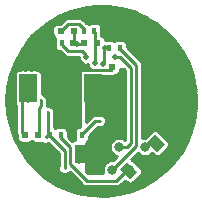
<source format=gbr>
G04 #@! TF.GenerationSoftware,KiCad,Pcbnew,(5.0.1)-4*
G04 #@! TF.CreationDate,2018-12-27T15:39:12-05:00*
G04 #@! TF.ProjectId,XHP70_LED_driver,58485037305F4C45445F647269766572,rev?*
G04 #@! TF.SameCoordinates,Original*
G04 #@! TF.FileFunction,Copper,L2,Bot,Signal*
G04 #@! TF.FilePolarity,Positive*
%FSLAX46Y46*%
G04 Gerber Fmt 4.6, Leading zero omitted, Abs format (unit mm)*
G04 Created by KiCad (PCBNEW (5.0.1)-4) date 12/27/2018 3:39:12 PM*
%MOMM*%
%LPD*%
G01*
G04 APERTURE LIST*
G04 #@! TA.AperFunction,SMDPad,CuDef*
%ADD10R,1.500000X2.400000*%
G04 #@! TD*
G04 #@! TA.AperFunction,SMDPad,CuDef*
%ADD11R,0.600000X0.500000*%
G04 #@! TD*
G04 #@! TA.AperFunction,SMDPad,CuDef*
%ADD12R,1.000000X1.600000*%
G04 #@! TD*
G04 #@! TA.AperFunction,SMDPad,CuDef*
%ADD13C,0.900000*%
G04 #@! TD*
G04 #@! TA.AperFunction,Conductor*
%ADD14C,0.100000*%
G04 #@! TD*
G04 #@! TA.AperFunction,SMDPad,CuDef*
%ADD15R,0.400000X0.600000*%
G04 #@! TD*
G04 #@! TA.AperFunction,SMDPad,CuDef*
%ADD16R,0.500000X0.600000*%
G04 #@! TD*
G04 #@! TA.AperFunction,ComponentPad*
%ADD17R,0.500000X0.500000*%
G04 #@! TD*
G04 #@! TA.AperFunction,ViaPad*
%ADD18C,0.300000*%
G04 #@! TD*
G04 #@! TA.AperFunction,ViaPad*
%ADD19C,0.800000*%
G04 #@! TD*
G04 #@! TA.AperFunction,ViaPad*
%ADD20C,0.500000*%
G04 #@! TD*
G04 #@! TA.AperFunction,Conductor*
%ADD21C,0.250000*%
G04 #@! TD*
G04 #@! TA.AperFunction,Conductor*
%ADD22C,0.254000*%
G04 #@! TD*
%ADD23C,0.254000*%
G04 APERTURE END LIST*
D10*
G04 #@! TO.P,L1,2*
G04 #@! TO.N,+BATT*
X102000000Y-57250000D03*
G04 #@! TO.P,L1,1*
G04 #@! TO.N,Net-(C4-Pad2)*
X96500000Y-57250000D03*
G04 #@! TD*
D11*
G04 #@! TO.P,C4,2*
G04 #@! TO.N,Net-(C4-Pad2)*
X96250000Y-61200000D03*
G04 #@! TO.P,C4,1*
G04 #@! TO.N,Net-(C4-Pad1)*
X97350000Y-61200000D03*
G04 #@! TD*
G04 #@! TO.P,C6,1*
G04 #@! TO.N,/LED_K*
X100350000Y-52400000D03*
G04 #@! TO.P,C6,2*
G04 #@! TO.N,Net-(C6-Pad2)*
X99250000Y-52400000D03*
G04 #@! TD*
G04 #@! TO.P,C7,2*
G04 #@! TO.N,Net-(C7-Pad2)*
X102350000Y-53400000D03*
G04 #@! TO.P,C7,1*
G04 #@! TO.N,/LED_K*
X101250000Y-53400000D03*
G04 #@! TD*
D12*
G04 #@! TO.P,C1,1*
G04 #@! TO.N,GND*
X98000000Y-62800000D03*
G04 #@! TO.P,C1,2*
G04 #@! TO.N,+BATT*
X101000000Y-62800000D03*
G04 #@! TD*
D13*
G04 #@! TO.P,D1,2*
G04 #@! TO.N,/LED_K*
X107333452Y-61866548D03*
D14*
G04 #@! TD*
G04 #@! TO.N,/LED_K*
G04 #@! TO.C,D1*
G36*
X107439518Y-62609010D02*
X106590990Y-61760482D01*
X107227386Y-61124086D01*
X108075914Y-61972614D01*
X107439518Y-62609010D01*
X107439518Y-62609010D01*
G37*
D13*
G04 #@! TO.P,D1,1*
G04 #@! TO.N,Net-(D1-Pad1)*
X105000000Y-64200000D03*
D14*
G04 #@! TD*
G04 #@! TO.N,Net-(D1-Pad1)*
G04 #@! TO.C,D1*
G36*
X105106066Y-64942462D02*
X104257538Y-64093934D01*
X104893934Y-63457538D01*
X105742462Y-64306066D01*
X105106066Y-64942462D01*
X105106066Y-64942462D01*
G37*
D15*
G04 #@! TO.P,R3,2*
G04 #@! TO.N,+BATT*
X98350000Y-61200000D03*
G04 #@! TO.P,R3,1*
G04 #@! TO.N,Net-(D1-Pad1)*
X99250000Y-61200000D03*
G04 #@! TD*
G04 #@! TO.P,R5,2*
G04 #@! TO.N,Net-(R5-Pad2)*
X99350000Y-53400000D03*
G04 #@! TO.P,R5,1*
G04 #@! TO.N,/LED_K*
X100250000Y-53400000D03*
G04 #@! TD*
G04 #@! TO.P,R6,2*
G04 #@! TO.N,Net-(C6-Pad2)*
X101200000Y-52400000D03*
G04 #@! TO.P,R6,1*
G04 #@! TO.N,Net-(C7-Pad2)*
X102100000Y-52400000D03*
G04 #@! TD*
G04 #@! TO.P,R7,2*
G04 #@! TO.N,Net-(D2-Pad2)*
X103350000Y-53800000D03*
G04 #@! TO.P,R7,1*
G04 #@! TO.N,Net-(R7-Pad1)*
X104250000Y-53800000D03*
G04 #@! TD*
D16*
G04 #@! TO.P,C11,2*
G04 #@! TO.N,+BATT*
X103600000Y-56550000D03*
G04 #@! TO.P,C11,1*
G04 #@! TO.N,GND*
X103600000Y-55450000D03*
G04 #@! TD*
D17*
G04 #@! TO.P,U1,21*
G04 #@! TO.N,GND*
X99500000Y-58500000D03*
X100000000Y-55500000D03*
X99500000Y-55500000D03*
X100000000Y-58500000D03*
X99250000Y-58000000D03*
X99750000Y-58000000D03*
X100250000Y-58000000D03*
X100250000Y-57500000D03*
X99750000Y-57500000D03*
X99250000Y-57500000D03*
X99250000Y-57000000D03*
X99750000Y-57000000D03*
X100250000Y-57000000D03*
X100250000Y-56500000D03*
X99750000Y-56500000D03*
X99250000Y-56500000D03*
X100250000Y-56000000D03*
X99750000Y-56000000D03*
X99250000Y-56000000D03*
G04 #@! TD*
D15*
G04 #@! TO.P,R4,2*
G04 #@! TO.N,Net-(R4-Pad2)*
X101050000Y-61200000D03*
G04 #@! TO.P,R4,1*
G04 #@! TO.N,GND*
X100150000Y-61200000D03*
G04 #@! TD*
D18*
G04 #@! TO.N,+BATT*
X100800000Y-63579991D03*
X98158932Y-59249996D03*
X98000000Y-61396449D03*
X99600000Y-64000000D03*
D19*
G04 #@! TO.N,GND*
X97000000Y-53000000D03*
X96800000Y-62800000D03*
X100200000Y-59800000D03*
D18*
X98800000Y-63379991D03*
G04 #@! TO.N,Net-(C4-Pad1)*
X97558932Y-58249996D03*
D20*
G04 #@! TO.N,Net-(C4-Pad2)*
X96500016Y-58250000D03*
X96500016Y-57750000D03*
X97000016Y-57250000D03*
X97000016Y-56750000D03*
X97000016Y-56250000D03*
X96000016Y-58250000D03*
X96000016Y-57750000D03*
X96000016Y-57250000D03*
X96000016Y-56750000D03*
X96000016Y-56250000D03*
X96500000Y-56250000D03*
X96500000Y-56750000D03*
X96500000Y-57250002D03*
D19*
G04 #@! TO.N,/LED_K*
X104200000Y-62200000D03*
X106400000Y-62200000D03*
D20*
X103824990Y-54550000D03*
X100600016Y-53500000D03*
D18*
G04 #@! TO.N,Net-(R4-Pad2)*
X102600000Y-60000000D03*
G04 #@! TO.N,Net-(D1-Pad1)*
X99200000Y-61400000D03*
D19*
G04 #@! TO.N,Net-(R7-Pad1)*
X103600026Y-64125010D03*
D20*
G04 #@! TO.N,Net-(D2-Pad2)*
X103000000Y-53800000D03*
X102874888Y-55149989D03*
G04 #@! TO.N,Net-(R5-Pad2)*
X101399990Y-54600000D03*
G04 #@! TO.N,Net-(C7-Pad2)*
X102200000Y-55128563D03*
G04 #@! TD*
D21*
G04 #@! TO.N,+BATT*
X102350000Y-63350000D02*
X102600000Y-63350000D01*
X101639999Y-62825001D02*
X101825001Y-62825001D01*
X101574999Y-62760001D02*
X101639999Y-62825001D01*
X101574999Y-62574999D02*
X101574999Y-62760001D01*
X101407498Y-62742500D02*
X101574999Y-62574999D01*
X101825001Y-62825001D02*
X102350000Y-63350000D01*
X98350000Y-61200000D02*
X98196449Y-61200000D01*
X98149999Y-61246450D02*
X98000000Y-61396449D01*
X98196449Y-61200000D02*
X98149999Y-61246450D01*
X98200000Y-61196449D02*
X98000000Y-61396449D01*
X98158932Y-59249996D02*
X98200000Y-59291064D01*
X98200000Y-59291064D02*
X98200000Y-61196449D01*
X99600000Y-62550000D02*
X99600000Y-64000000D01*
X98350000Y-61300000D02*
X99600000Y-62550000D01*
X98350000Y-61200000D02*
X98350000Y-61300000D01*
G04 #@! TO.N,GND*
X99000000Y-63250000D02*
X99000000Y-63250000D01*
X98975138Y-62834315D02*
X98975138Y-63400000D01*
X98975138Y-62725138D02*
X98975138Y-62834315D01*
X100365695Y-60000010D02*
X99800010Y-60000010D01*
X100699990Y-60000010D02*
X100365695Y-60000010D01*
X100700000Y-60000000D02*
X100699990Y-60000010D01*
X98600000Y-63400000D02*
X98779991Y-63400000D01*
X98779991Y-63400000D02*
X98800000Y-63379991D01*
X100475001Y-55724999D02*
X100200000Y-56000000D01*
X103525001Y-55724999D02*
X100475001Y-55724999D01*
X103600000Y-55650000D02*
X103525001Y-55724999D01*
G04 #@! TO.N,Net-(C4-Pad1)*
X97575001Y-58400000D02*
X97575001Y-58249996D01*
X97575001Y-58710001D02*
X97575001Y-58400000D01*
X97400000Y-61200000D02*
X97400000Y-58885002D01*
X97400000Y-58885002D02*
X97575001Y-58710001D01*
G04 #@! TO.N,Net-(C4-Pad2)*
X96000016Y-61000016D02*
X96000016Y-57750000D01*
X96200000Y-61200000D02*
X96000016Y-61000016D01*
G04 #@! TO.N,/LED_K*
X106799999Y-61800001D02*
X106400000Y-62200000D01*
X107400000Y-61800000D02*
X106799999Y-61800001D01*
X100350000Y-52400000D02*
X100350000Y-53250000D01*
X101200000Y-53400000D02*
X101100000Y-53500000D01*
X101100000Y-53500000D02*
X100953569Y-53500000D01*
X100200000Y-53453537D02*
X100246463Y-53500000D01*
X100246463Y-53500000D02*
X100600016Y-53500000D01*
X100200000Y-53400000D02*
X100200000Y-53453537D01*
X100953569Y-53500000D02*
X100600016Y-53500000D01*
X104250000Y-54550000D02*
X103824990Y-54550000D01*
X105200000Y-55500000D02*
X104250000Y-54550000D01*
X105200000Y-61900000D02*
X105200000Y-55500000D01*
X104200000Y-62200000D02*
X104900000Y-62200000D01*
X104900000Y-62200000D02*
X105200000Y-61900000D01*
G04 #@! TO.N,Net-(C6-Pad2)*
X99300000Y-52400000D02*
X99250000Y-52400000D01*
X99900000Y-51800000D02*
X99300000Y-52400000D01*
X100800000Y-51800000D02*
X99900000Y-51800000D01*
X101200000Y-52400000D02*
X101200000Y-52200000D01*
X101200000Y-52200000D02*
X100800000Y-51800000D01*
G04 #@! TO.N,Net-(R4-Pad2)*
X102200000Y-60000000D02*
X102600000Y-60000000D01*
X101000000Y-61200000D02*
X102200000Y-60000000D01*
G04 #@! TO.N,Net-(D1-Pad1)*
X99200000Y-61250000D02*
X99200000Y-61400000D01*
X99250000Y-61200000D02*
X99200000Y-61250000D01*
X100050011Y-63650011D02*
X100050011Y-62250011D01*
X100050011Y-62250011D02*
X99349999Y-61549999D01*
X99349999Y-61549999D02*
X99200000Y-61400000D01*
X101450011Y-65050011D02*
X100050011Y-63650011D01*
X103949989Y-65050011D02*
X101450011Y-65050011D01*
X104696878Y-64303122D02*
X103949989Y-65050011D01*
X105433274Y-64303122D02*
X104696878Y-64303122D01*
G04 #@! TO.N,Net-(R7-Pad1)*
X104200000Y-53800000D02*
X105650011Y-55250011D01*
X105650011Y-62086400D02*
X104011400Y-63725011D01*
X105650011Y-55250011D02*
X105650011Y-62086400D01*
X104011400Y-63725011D02*
X104000025Y-63725011D01*
X104000025Y-63725011D02*
X103600026Y-64125010D01*
G04 #@! TO.N,Net-(D2-Pad2)*
X103350000Y-53800000D02*
X103000000Y-53800000D01*
X102899846Y-55024956D02*
X102899846Y-55149989D01*
X103000000Y-53800000D02*
X102899846Y-53900154D01*
X102899846Y-53900154D02*
X102899846Y-55024956D01*
G04 #@! TO.N,Net-(R5-Pad2)*
X101399990Y-54399990D02*
X101399990Y-54600000D01*
X101100000Y-54100000D02*
X101399990Y-54399990D01*
X99900000Y-54100000D02*
X101100000Y-54100000D01*
X99400000Y-53600000D02*
X99900000Y-54100000D01*
X99400000Y-53400000D02*
X99400000Y-53600000D01*
G04 #@! TO.N,Net-(C7-Pad2)*
X102200000Y-53400000D02*
X102300000Y-53400000D01*
X102100000Y-52400000D02*
X102200000Y-52500000D01*
X102200000Y-52500000D02*
X102200000Y-53400000D01*
X102350000Y-53400000D02*
X102200000Y-53400000D01*
X102200000Y-55128563D02*
X102200000Y-54775010D01*
X102200000Y-54775010D02*
X102200000Y-53400000D01*
G04 #@! TD*
D22*
G04 #@! TO.N,GND*
X102194913Y-50271873D02*
X102194913Y-50271873D01*
X104658171Y-50513173D02*
X100750082Y-50513173D01*
X105477016Y-50754473D02*
X99934942Y-50754473D01*
X106026713Y-50995773D02*
X99369223Y-50995773D01*
X106533957Y-51237073D02*
X98873778Y-51237073D01*
X99506036Y-51478373D02*
X98470595Y-51478373D01*
X106927723Y-51478373D02*
X101193965Y-51478373D01*
X99264736Y-51719673D02*
X98077978Y-51719673D01*
X101859093Y-51719673D02*
X101440908Y-51719673D01*
X107321489Y-51719673D02*
X102340908Y-51719673D01*
X98618079Y-51960973D02*
X97776787Y-51960973D01*
X107625912Y-51960973D02*
X102660810Y-51960973D01*
X98561536Y-52202273D02*
X97475595Y-52202273D01*
X107920723Y-52202273D02*
X102688464Y-52202273D01*
X98561536Y-52443573D02*
X97193775Y-52443573D01*
X108213370Y-52443573D02*
X102704689Y-52443573D01*
X98568472Y-52684873D02*
X96964790Y-52684873D01*
X108437600Y-52684873D02*
X102706000Y-52684873D01*
X98677539Y-52926173D02*
X96735804Y-52926173D01*
X108661829Y-52926173D02*
X102958669Y-52926173D01*
X98761536Y-53167473D02*
X96506819Y-53167473D01*
X103861880Y-53167473D02*
X103738121Y-53167473D01*
X108886059Y-53167473D02*
X104638121Y-53167473D01*
X98761536Y-53408773D02*
X96332255Y-53408773D01*
X109071561Y-53408773D02*
X104820318Y-53408773D01*
X98761536Y-53650073D02*
X96158864Y-53650073D01*
X109241149Y-53650073D02*
X104838464Y-53650073D01*
X98819646Y-53891373D02*
X95985472Y-53891373D01*
X109410738Y-53891373D02*
X105006965Y-53891373D01*
X99217081Y-54132673D02*
X95825603Y-54132673D01*
X109580326Y-54132673D02*
X105248265Y-54132673D01*
X99458381Y-54373973D02*
X95697841Y-54373973D01*
X109704930Y-54373973D02*
X105489565Y-54373973D01*
X99896782Y-54615273D02*
X95570079Y-54615273D01*
X100768990Y-54615273D02*
X99903217Y-54615273D01*
X109829474Y-54615273D02*
X105730865Y-54615273D01*
X100823276Y-54856573D02*
X95442317Y-54856573D01*
X109954018Y-54856573D02*
X105972165Y-54856573D01*
X101005494Y-55097873D02*
X95325947Y-55097873D01*
X110078562Y-55097873D02*
X106135662Y-55097873D01*
X101604247Y-55339173D02*
X95237644Y-55339173D01*
X110165221Y-55339173D02*
X106156011Y-55339173D01*
X101759541Y-55580473D02*
X95149341Y-55580473D01*
X110250670Y-55580473D02*
X106156011Y-55580473D01*
X95444272Y-55821773D02*
X95061037Y-55821773D01*
X100919668Y-55821773D02*
X97555729Y-55821773D01*
X110336119Y-55821773D02*
X106156011Y-55821773D01*
X95361536Y-56063073D02*
X94973811Y-56063073D01*
X100861536Y-56063073D02*
X97638464Y-56063073D01*
X110421568Y-56063073D02*
X106156011Y-56063073D01*
X95361536Y-56304373D02*
X94921199Y-56304373D01*
X100861536Y-56304373D02*
X97638464Y-56304373D01*
X110482380Y-56304373D02*
X106156011Y-56304373D01*
X95361536Y-56545673D02*
X94868587Y-56545673D01*
X100861536Y-56545673D02*
X97638464Y-56545673D01*
X110532351Y-56545673D02*
X106156011Y-56545673D01*
X95361536Y-56786973D02*
X94815975Y-56786973D01*
X100861536Y-56786973D02*
X97638464Y-56786973D01*
X110582322Y-56786973D02*
X106156011Y-56786973D01*
X95361536Y-57028273D02*
X94763362Y-57028273D01*
X100861536Y-57028273D02*
X97638464Y-57028273D01*
X110632293Y-57028273D02*
X106156011Y-57028273D01*
X95361536Y-57269573D02*
X94730907Y-57269573D01*
X100861536Y-57269573D02*
X97638464Y-57269573D01*
X110673752Y-57269573D02*
X106156011Y-57269573D01*
X95361536Y-57510873D02*
X94711917Y-57510873D01*
X100861536Y-57510873D02*
X97638464Y-57510873D01*
X110690202Y-57510873D02*
X106156011Y-57510873D01*
X95361536Y-57752173D02*
X94692926Y-57752173D01*
X100861536Y-57752173D02*
X97744651Y-57752173D01*
X110706653Y-57752173D02*
X106156011Y-57752173D01*
X95361536Y-57993473D02*
X94673935Y-57993473D01*
X100861536Y-57993473D02*
X98027427Y-57993473D01*
X110723103Y-57993473D02*
X106156011Y-57993473D01*
X95361536Y-58234773D02*
X94657537Y-58234773D01*
X100861536Y-58234773D02*
X98089932Y-58234773D01*
X110739553Y-58234773D02*
X106156011Y-58234773D01*
X95366722Y-58476073D02*
X94671451Y-58476073D01*
X100866722Y-58476073D02*
X98081001Y-58476073D01*
X110741557Y-58476073D02*
X106156011Y-58476073D01*
X95470427Y-58717373D02*
X94685364Y-58717373D01*
X100869000Y-58717373D02*
X98089447Y-58717373D01*
X110720022Y-58717373D02*
X106156011Y-58717373D01*
X95494017Y-58958673D02*
X94699277Y-58958673D01*
X100869000Y-58958673D02*
X98613013Y-58958673D01*
X110698486Y-58958673D02*
X106156011Y-58958673D01*
X95494017Y-59199973D02*
X94713190Y-59199973D01*
X100869000Y-59199973D02*
X98697794Y-59199973D01*
X110676951Y-59199973D02*
X106156011Y-59199973D01*
X95494017Y-59441273D02*
X94745541Y-59441273D01*
X100869000Y-59441273D02*
X98706000Y-59441273D01*
X110655415Y-59441273D02*
X106156011Y-59441273D01*
X95494017Y-59682573D02*
X94792883Y-59682573D01*
X100869000Y-59682573D02*
X98706000Y-59682573D01*
X110616517Y-59682573D02*
X106156011Y-59682573D01*
X95494017Y-59923873D02*
X94840224Y-59923873D01*
X100869000Y-59923873D02*
X98706000Y-59923873D01*
X110561252Y-59923873D02*
X106156011Y-59923873D01*
X95494017Y-60165173D02*
X94887565Y-60165173D01*
X100869000Y-60165173D02*
X98706000Y-60165173D01*
X110505987Y-60165173D02*
X106156011Y-60165173D01*
X95494017Y-60406473D02*
X94938493Y-60406473D01*
X100869000Y-60406473D02*
X98706000Y-60406473D01*
X110450721Y-60406473D02*
X106156011Y-60406473D01*
X95494017Y-60647773D02*
X95021108Y-60647773D01*
X100560308Y-60647773D02*
X99739693Y-60647773D01*
X110392063Y-60647773D02*
X106156011Y-60647773D01*
X95494017Y-60889073D02*
X95103724Y-60889073D01*
X100463710Y-60889073D02*
X99836291Y-60889073D01*
X106913027Y-60889073D02*
X106156011Y-60889073D01*
X110300883Y-60889073D02*
X107541745Y-60889073D01*
X95510033Y-61130373D02*
X95186339Y-61130373D01*
X100461536Y-61130373D02*
X99838464Y-61130373D01*
X106671727Y-61130373D02*
X106156011Y-61130373D01*
X110209703Y-61130373D02*
X107783045Y-61130373D01*
X95561536Y-61371673D02*
X95268955Y-61371673D01*
X100461536Y-61371673D02*
X99887265Y-61371673D01*
X106430427Y-61371673D02*
X106156011Y-61371673D01*
X110118524Y-61371673D02*
X108024345Y-61371673D01*
X95600670Y-61612973D02*
X95383010Y-61612973D01*
X100484007Y-61612973D02*
X100128565Y-61612973D01*
X110027344Y-61612973D02*
X108265645Y-61612973D01*
X97717715Y-61854273D02*
X95504371Y-61854273D01*
X109902204Y-61854273D02*
X108440839Y-61854273D01*
X98429981Y-62095573D02*
X95625732Y-62095573D01*
X109771189Y-62095573D02*
X108439920Y-62095573D01*
X98671281Y-62336873D02*
X95747093Y-62336873D01*
X109640174Y-62336873D02*
X108261027Y-62336873D01*
X98912581Y-62578173D02*
X95902269Y-62578173D01*
X109509159Y-62578173D02*
X108019727Y-62578173D01*
X99094000Y-62819473D02*
X96068110Y-62819473D01*
X105914972Y-62819473D02*
X105632529Y-62819473D01*
X107100609Y-62819473D02*
X106885028Y-62819473D01*
X109338042Y-62819473D02*
X107778427Y-62819473D01*
X99094000Y-63060773D02*
X96233951Y-63060773D01*
X109160789Y-63060773D02*
X105391229Y-63060773D01*
X99094000Y-63302073D02*
X96401030Y-63302073D01*
X108983536Y-63302073D02*
X105287841Y-63302073D01*
X99094000Y-63543373D02*
X96620596Y-63543373D01*
X108794252Y-63543373D02*
X105529141Y-63543373D01*
X99094000Y-63784673D02*
X96840162Y-63784673D01*
X108560416Y-63784673D02*
X105770441Y-63784673D01*
X99069000Y-64025973D02*
X97059728Y-64025973D01*
X108326580Y-64025973D02*
X106011741Y-64025973D01*
X99135958Y-64267273D02*
X97325473Y-64267273D01*
X108092744Y-64267273D02*
X106123210Y-64267273D01*
X99440234Y-64508573D02*
X97614064Y-64508573D01*
X100192981Y-64508573D02*
X99759765Y-64508573D01*
X107788244Y-64508573D02*
X106065376Y-64508573D01*
X100434281Y-64749873D02*
X97902656Y-64749873D01*
X107480503Y-64749873D02*
X105848027Y-64749873D01*
X100675581Y-64991173D02*
X98264284Y-64991173D01*
X107156136Y-64991173D02*
X105606727Y-64991173D01*
X100916881Y-65232473D02*
X98648950Y-65232473D01*
X104854315Y-65232473D02*
X104483118Y-65232473D01*
X106743200Y-65232473D02*
X105357816Y-65232473D01*
X101173439Y-65473773D02*
X99086100Y-65473773D01*
X106330264Y-65473773D02*
X104226560Y-65473773D01*
X105769739Y-65715073D02*
X99620520Y-65715073D01*
X105141736Y-65956373D02*
X100290657Y-65956373D01*
X104221956Y-66197673D02*
X101255009Y-66197673D01*
X110744000Y-58300000D02*
X110744000Y-58300000D01*
X110502700Y-60179520D02*
X110502700Y-56402490D01*
X110261400Y-60993560D02*
X110261400Y-55610771D01*
X110020100Y-61632141D02*
X110020100Y-54984603D01*
X109778800Y-62081554D02*
X109778800Y-54517093D01*
X109537500Y-62525974D02*
X109537500Y-54071737D01*
X109296200Y-62876432D02*
X109296200Y-53728401D01*
X109054900Y-63204922D02*
X109054900Y-53385066D01*
X108813600Y-63523406D02*
X108813600Y-53089497D01*
X108572300Y-63772408D02*
X108572300Y-52829827D01*
X108331000Y-61678328D02*
X108331000Y-52570157D01*
X108331000Y-64021411D02*
X108331000Y-62266900D01*
X108089700Y-61437028D02*
X108089700Y-52340578D01*
X108089700Y-64270413D02*
X108089700Y-62508200D01*
X107848400Y-61195728D02*
X107848400Y-52143077D01*
X107848400Y-64461404D02*
X107848400Y-62749500D01*
X107607100Y-60954428D02*
X107607100Y-51945575D01*
X107607100Y-64650607D02*
X107607100Y-62955261D01*
X107365800Y-60763155D02*
X107365800Y-51748073D01*
X107365800Y-64839811D02*
X107365800Y-62982810D01*
X107124500Y-60756087D02*
X107124500Y-51598957D01*
X107124500Y-65009659D02*
X107124500Y-62843364D01*
X106883200Y-60918900D02*
X106883200Y-51451089D01*
X106883200Y-65150663D02*
X106883200Y-62821302D01*
X106641900Y-61160200D02*
X106641900Y-51303220D01*
X106641900Y-65291667D02*
X106641900Y-62945151D01*
X106400600Y-61401500D02*
X106400600Y-51159897D01*
X106400600Y-65432671D02*
X106400600Y-62981000D01*
X106159300Y-55216710D02*
X106159300Y-51053974D01*
X106159300Y-61454352D02*
X106159300Y-55283310D01*
X106159300Y-65553710D02*
X106159300Y-62945647D01*
X105918000Y-54802409D02*
X105918000Y-50948051D01*
X105918000Y-63932232D02*
X105918000Y-62822501D01*
X105918000Y-65653660D02*
X105918000Y-64679900D01*
X105676700Y-54561109D02*
X105676700Y-50842127D01*
X105676700Y-63690932D02*
X105676700Y-62775303D01*
X105676700Y-65753610D02*
X105676700Y-64921200D01*
X105435400Y-54319809D02*
X105435400Y-50736204D01*
X105435400Y-63449632D02*
X105435400Y-63016603D01*
X105435400Y-65853560D02*
X105435400Y-65162500D01*
X105194100Y-54078509D02*
X105194100Y-50665836D01*
X105194100Y-65942635D02*
X105194100Y-65313416D01*
X104952800Y-53837209D02*
X104952800Y-50597100D01*
X104952800Y-66005939D02*
X104952800Y-65298277D01*
X104711500Y-53216504D02*
X104711500Y-50528364D01*
X104711500Y-66069243D02*
X104711500Y-65097268D01*
X104470200Y-53115555D02*
X104470200Y-50459628D01*
X104470200Y-66132547D02*
X104470200Y-65245392D01*
X104228900Y-53111536D02*
X104228900Y-50411351D01*
X104228900Y-66195851D02*
X104228900Y-65472210D01*
X103987600Y-53123948D02*
X103987600Y-50377009D01*
X103987600Y-66228104D02*
X103987600Y-65558443D01*
X103746300Y-53172939D02*
X103746300Y-50342667D01*
X103746300Y-66257305D02*
X103746300Y-65556011D01*
X103505000Y-53111536D02*
X103505000Y-50308325D01*
X103505000Y-66286505D02*
X103505000Y-65556011D01*
X103263700Y-53111536D02*
X103263700Y-50277468D01*
X103263700Y-66315706D02*
X103263700Y-65556011D01*
X103022400Y-53069242D02*
X103022400Y-50276205D01*
X103022400Y-66331428D02*
X103022400Y-65556011D01*
X102781100Y-52787614D02*
X102781100Y-50274942D01*
X102781100Y-66327637D02*
X102781100Y-65556011D01*
X102539800Y-51802005D02*
X102539800Y-50273678D01*
X102539800Y-66323847D02*
X102539800Y-65556011D01*
X102298500Y-51711536D02*
X102298500Y-50272415D01*
X102298500Y-66320056D02*
X102298500Y-65556011D01*
X102057200Y-51711536D02*
X102057200Y-50290004D01*
X102057200Y-66316266D02*
X102057200Y-65556011D01*
X101815900Y-51728264D02*
X101815900Y-50321772D01*
X101815900Y-66283503D02*
X101815900Y-65556011D01*
X101574600Y-51758439D02*
X101574600Y-50353539D01*
X101574600Y-55619000D02*
X101574600Y-55267596D01*
X101574600Y-66246578D02*
X101574600Y-65556011D01*
X101333300Y-51617709D02*
X101333300Y-50385307D01*
X101333300Y-55619000D02*
X101333300Y-55231000D01*
X101333300Y-66209654D02*
X101333300Y-65542708D01*
X101092000Y-51386548D02*
X101092000Y-50419636D01*
X101092000Y-55656152D02*
X101092000Y-55155415D01*
X101092000Y-66172730D02*
X101092000Y-65419357D01*
X100850700Y-51294173D02*
X100850700Y-50485648D01*
X100850700Y-60511536D02*
X100850700Y-54922779D01*
X100850700Y-66122266D02*
X100850700Y-65166291D01*
X100609400Y-51294000D02*
X100609400Y-50551660D01*
X100609400Y-60602538D02*
X100609400Y-54606000D01*
X100609400Y-66050790D02*
X100609400Y-64924991D01*
X100368100Y-51294000D02*
X100368100Y-50617672D01*
X100368100Y-61637772D02*
X100368100Y-54606000D01*
X100368100Y-65979313D02*
X100368100Y-64683691D01*
X100126800Y-51294000D02*
X100126800Y-50683684D01*
X100126800Y-61611209D02*
X100126800Y-54606000D01*
X100126800Y-65907837D02*
X100126800Y-64442391D01*
X99885500Y-51286971D02*
X99885500Y-50775563D01*
X99885500Y-61369909D02*
X99885500Y-54613028D01*
X99885500Y-65834717D02*
X99885500Y-64456493D01*
X99644200Y-51362359D02*
X99644200Y-50878486D01*
X99644200Y-60571536D02*
X99644200Y-54537640D01*
X99644200Y-65725766D02*
X99644200Y-64531000D01*
X99402900Y-51581508D02*
X99402900Y-50981409D01*
X99402900Y-60511536D02*
X99402900Y-54318491D01*
X99402900Y-65616814D02*
X99402900Y-64493108D01*
X99161600Y-51761536D02*
X99161600Y-51084333D01*
X99161600Y-60511536D02*
X99161600Y-54088464D01*
X99161600Y-65507863D02*
X99161600Y-64312547D01*
X98920300Y-51767443D02*
X98920300Y-51209231D01*
X98920300Y-60537334D02*
X98920300Y-54004744D01*
X98920300Y-65398912D02*
X98920300Y-62585891D01*
X98679000Y-51872851D02*
X98679000Y-51353646D01*
X98679000Y-59105492D02*
X98679000Y-52927148D01*
X98679000Y-65251324D02*
X98679000Y-62344591D01*
X98437700Y-58790716D02*
X98437700Y-51498061D01*
X98437700Y-65099957D02*
X98437700Y-62103291D01*
X98196400Y-58718996D02*
X98196400Y-51642476D01*
X98196400Y-64948590D02*
X98196400Y-61889848D01*
X97955100Y-57895217D02*
X97955100Y-51818118D01*
X97955100Y-64793724D02*
X97955100Y-61927449D01*
X97713800Y-57739395D02*
X97713800Y-52011436D01*
X97713800Y-64591966D02*
X97713800Y-61852651D01*
X97472500Y-55740445D02*
X97472500Y-52204753D01*
X97472500Y-64390208D02*
X97472500Y-61838464D01*
X97231200Y-55661536D02*
X97231200Y-52404137D01*
X97231200Y-64188449D02*
X97231200Y-61838464D01*
X96989900Y-55619000D02*
X96989900Y-52658413D01*
X96989900Y-63949234D02*
X96989900Y-61826509D01*
X96748600Y-55661536D02*
X96748600Y-52912690D01*
X96748600Y-63684049D02*
X96748600Y-61775525D01*
X96507300Y-55619000D02*
X96507300Y-53166967D01*
X96507300Y-63418864D02*
X96507300Y-61838464D01*
X96266000Y-55661536D02*
X96266000Y-53500978D01*
X96266000Y-63107406D02*
X96266000Y-61838464D01*
X96024700Y-55619000D02*
X96024700Y-53836783D01*
X96024700Y-62756312D02*
X96024700Y-61838464D01*
X95783400Y-55656735D02*
X95783400Y-54212381D01*
X95783400Y-62405219D02*
X95783400Y-61796906D01*
X95542100Y-55730689D02*
X95542100Y-54668117D01*
X95542100Y-61929291D02*
X95542100Y-61225470D01*
X95300800Y-56050000D02*
X95300800Y-55166591D01*
X95300800Y-61449519D02*
X95300800Y-56050000D01*
X95059500Y-56050000D02*
X95059500Y-55825976D01*
X95059500Y-60759908D02*
X95059500Y-56050000D01*
X94818200Y-59811619D02*
X94818200Y-56776769D01*
D23*
X103289128Y-50277602D02*
X104372442Y-50431781D01*
X105424808Y-50731555D01*
X106426753Y-51171378D01*
X107359738Y-51743112D01*
X108206497Y-52436176D01*
X108951362Y-53237747D01*
X109580550Y-54132991D01*
X110082418Y-55105342D01*
X110447680Y-56136809D01*
X110669576Y-57208304D01*
X110744000Y-58300000D01*
X110742236Y-58468461D01*
X110644965Y-59558359D01*
X110400678Y-60624972D01*
X110013895Y-61648563D01*
X109491774Y-62610191D01*
X108843975Y-63492062D01*
X108082487Y-64277857D01*
X107221399Y-64953036D01*
X106276645Y-65505105D01*
X105265709Y-65923849D01*
X104207295Y-66201519D01*
X103120990Y-66332976D01*
X102026895Y-66315789D01*
X100945256Y-66150274D01*
X99896086Y-65839496D01*
X98898802Y-65389205D01*
X97971855Y-64807733D01*
X97132400Y-64105839D01*
X96395970Y-63296513D01*
X95776191Y-62394729D01*
X95284533Y-61417175D01*
X94930093Y-60381940D01*
X94719429Y-59308181D01*
X94656441Y-58215765D01*
X94742293Y-57124908D01*
X94975398Y-56055796D01*
X94977519Y-56050000D01*
X95361536Y-56050000D01*
X95361536Y-58450000D01*
X95391106Y-58598659D01*
X95475314Y-58724686D01*
X95494017Y-58737183D01*
X95494016Y-60950182D01*
X95484103Y-61000016D01*
X95494016Y-61049850D01*
X95523375Y-61197446D01*
X95561536Y-61254559D01*
X95561536Y-61450000D01*
X95591106Y-61598659D01*
X95675314Y-61724686D01*
X95801341Y-61808894D01*
X95950000Y-61838464D01*
X96550000Y-61838464D01*
X96698659Y-61808894D01*
X96800000Y-61741181D01*
X96901341Y-61808894D01*
X97050000Y-61838464D01*
X97650000Y-61838464D01*
X97684254Y-61831650D01*
X97699213Y-61846609D01*
X97894378Y-61927449D01*
X98105622Y-61927449D01*
X98199740Y-61888464D01*
X98222873Y-61888464D01*
X99094000Y-62759592D01*
X99094001Y-63834021D01*
X99069000Y-63894378D01*
X99069000Y-64105622D01*
X99149840Y-64300787D01*
X99299213Y-64450160D01*
X99494378Y-64531000D01*
X99705622Y-64531000D01*
X99900787Y-64450160D01*
X100017678Y-64333269D01*
X101056974Y-65372566D01*
X101085205Y-65414817D01*
X101252580Y-65526652D01*
X101400176Y-65556011D01*
X101400177Y-65556011D01*
X101450011Y-65565924D01*
X101499845Y-65556011D01*
X103900155Y-65556011D01*
X103949989Y-65565924D01*
X103999823Y-65556011D01*
X103999824Y-65556011D01*
X104147420Y-65526652D01*
X104314795Y-65414817D01*
X104343027Y-65372564D01*
X104664912Y-65050680D01*
X104831380Y-65217148D01*
X104957407Y-65301356D01*
X105106066Y-65330926D01*
X105254725Y-65301356D01*
X105380752Y-65217148D01*
X106017148Y-64580752D01*
X106101356Y-64454725D01*
X106130926Y-64306066D01*
X106101356Y-64157407D01*
X106017148Y-64031380D01*
X105218885Y-63233117D01*
X105773751Y-62678252D01*
X105957599Y-62862100D01*
X106244649Y-62981000D01*
X106555351Y-62981000D01*
X106842401Y-62862100D01*
X106992819Y-62711683D01*
X107164832Y-62883696D01*
X107290859Y-62967904D01*
X107439518Y-62997474D01*
X107588177Y-62967904D01*
X107714204Y-62883696D01*
X108350600Y-62247300D01*
X108434808Y-62121273D01*
X108464378Y-61972614D01*
X108434808Y-61823955D01*
X108350600Y-61697928D01*
X107502072Y-60849400D01*
X107376045Y-60765192D01*
X107227386Y-60735622D01*
X107078727Y-60765192D01*
X106952700Y-60849400D01*
X106383100Y-61419000D01*
X106244649Y-61419000D01*
X106156011Y-61455715D01*
X106156011Y-55299844D01*
X106165924Y-55250010D01*
X106145633Y-55148002D01*
X106126652Y-55052580D01*
X106014817Y-54885205D01*
X105972567Y-54856975D01*
X104838464Y-53722873D01*
X104838464Y-53500000D01*
X104808894Y-53351341D01*
X104724686Y-53225314D01*
X104598659Y-53141106D01*
X104450000Y-53111536D01*
X104050000Y-53111536D01*
X103901341Y-53141106D01*
X103800000Y-53208819D01*
X103698659Y-53141106D01*
X103550000Y-53111536D01*
X103150000Y-53111536D01*
X103035349Y-53134341D01*
X103008894Y-53001341D01*
X102924686Y-52875314D01*
X102798659Y-52791106D01*
X102706000Y-52772675D01*
X102706000Y-52549833D01*
X102715913Y-52499999D01*
X102691811Y-52378835D01*
X102688464Y-52362007D01*
X102688464Y-52100000D01*
X102658894Y-51951341D01*
X102574686Y-51825314D01*
X102448659Y-51741106D01*
X102300000Y-51711536D01*
X101900000Y-51711536D01*
X101751341Y-51741106D01*
X101650000Y-51808819D01*
X101548659Y-51741106D01*
X101433864Y-51718272D01*
X101193038Y-51477447D01*
X101164806Y-51435194D01*
X100997431Y-51323359D01*
X100849835Y-51294000D01*
X100849834Y-51294000D01*
X100800000Y-51284087D01*
X100750166Y-51294000D01*
X99949833Y-51294000D01*
X99899999Y-51284087D01*
X99850165Y-51294000D01*
X99702569Y-51323359D01*
X99535194Y-51435194D01*
X99506963Y-51477445D01*
X99222873Y-51761536D01*
X98950000Y-51761536D01*
X98801341Y-51791106D01*
X98675314Y-51875314D01*
X98591106Y-52001341D01*
X98561536Y-52150000D01*
X98561536Y-52650000D01*
X98591106Y-52798659D01*
X98675314Y-52924686D01*
X98782202Y-52996106D01*
X98761536Y-53100000D01*
X98761536Y-53700000D01*
X98791106Y-53848659D01*
X98875314Y-53974686D01*
X99001341Y-54058894D01*
X99150000Y-54088464D01*
X99172873Y-54088464D01*
X99506963Y-54422555D01*
X99535194Y-54464806D01*
X99616286Y-54518989D01*
X99702568Y-54576641D01*
X99900000Y-54615913D01*
X99949835Y-54606000D01*
X100768990Y-54606000D01*
X100768990Y-54725514D01*
X100865054Y-54957433D01*
X101042557Y-55134936D01*
X101274476Y-55231000D01*
X101525504Y-55231000D01*
X101569000Y-55212983D01*
X101569000Y-55254077D01*
X101665064Y-55485996D01*
X101798068Y-55619000D01*
X101250000Y-55619000D01*
X101104198Y-55648002D01*
X100980592Y-55730592D01*
X100898002Y-55854198D01*
X100869000Y-56000000D01*
X100869000Y-56012476D01*
X100861536Y-56050000D01*
X100861536Y-58450000D01*
X100869000Y-58487524D01*
X100869000Y-60511536D01*
X100850000Y-60511536D01*
X100701341Y-60541106D01*
X100575314Y-60625314D01*
X100491106Y-60751341D01*
X100461536Y-60900000D01*
X100461536Y-61500000D01*
X100484341Y-61614651D01*
X100351341Y-61641106D01*
X100234661Y-61719069D01*
X99838464Y-61322873D01*
X99838464Y-60900000D01*
X99808894Y-60751341D01*
X99724686Y-60625314D01*
X99598659Y-60541106D01*
X99450000Y-60511536D01*
X99050000Y-60511536D01*
X98901341Y-60541106D01*
X98800000Y-60608819D01*
X98706000Y-60546011D01*
X98706000Y-59340898D01*
X98715913Y-59291064D01*
X98706000Y-59241229D01*
X98689932Y-59160451D01*
X98689932Y-59144374D01*
X98683780Y-59129521D01*
X98676641Y-59093633D01*
X98656312Y-59063208D01*
X98609092Y-58949209D01*
X98459719Y-58799836D01*
X98264554Y-58718996D01*
X98089125Y-58718996D01*
X98090914Y-58710001D01*
X98081001Y-58660166D01*
X98081001Y-58377179D01*
X98089932Y-58355618D01*
X98089932Y-58144374D01*
X98009092Y-57949209D01*
X97859719Y-57799836D01*
X97664554Y-57718996D01*
X97638464Y-57718996D01*
X97638464Y-56050000D01*
X97608894Y-55901341D01*
X97524686Y-55775314D01*
X97398659Y-55691106D01*
X97250000Y-55661536D01*
X97228221Y-55661536D01*
X97125530Y-55619000D01*
X96874502Y-55619000D01*
X96771811Y-55661536D01*
X96728205Y-55661536D01*
X96625514Y-55619000D01*
X96374486Y-55619000D01*
X96271795Y-55661536D01*
X96228221Y-55661536D01*
X96125530Y-55619000D01*
X95874502Y-55619000D01*
X95771811Y-55661536D01*
X95750000Y-55661536D01*
X95601341Y-55691106D01*
X95475314Y-55775314D01*
X95391106Y-55901341D01*
X95361536Y-56050000D01*
X94977519Y-56050000D01*
X95351440Y-55028210D01*
X95863463Y-54061168D01*
X96501991Y-53172561D01*
X97255210Y-52378835D01*
X98109180Y-51694676D01*
X99048100Y-51132744D01*
X100054597Y-50703436D01*
X101110044Y-50414699D01*
X102194913Y-50271873D01*
X103289128Y-50277602D01*
D22*
G04 #@! TO.N,+BATT*
X104611408Y-55627000D02*
X104238464Y-55627000D01*
X104694001Y-55868300D02*
X104214932Y-55868300D01*
X104694001Y-56109600D02*
X103995109Y-56109600D01*
X104694001Y-56350900D02*
X101377000Y-56350900D01*
X104694001Y-56592200D02*
X101377000Y-56592200D01*
X104694001Y-56833500D02*
X101377000Y-56833500D01*
X104694001Y-57074800D02*
X101377000Y-57074800D01*
X104694001Y-57316100D02*
X101377000Y-57316100D01*
X104694001Y-57557400D02*
X101377000Y-57557400D01*
X104694001Y-57798700D02*
X101377000Y-57798700D01*
X104694001Y-58040000D02*
X101377000Y-58040000D01*
X104694001Y-58281300D02*
X101377000Y-58281300D01*
X104694001Y-58522600D02*
X101377000Y-58522600D01*
X104694001Y-58763900D02*
X101377000Y-58763900D01*
X104694001Y-59005200D02*
X101377000Y-59005200D01*
X104694001Y-59246500D02*
X101377000Y-59246500D01*
X102181334Y-59487800D02*
X101377000Y-59487800D01*
X102448992Y-59487800D02*
X102218665Y-59487800D01*
X104694001Y-59487800D02*
X102751010Y-59487800D01*
X101755309Y-59729100D02*
X101377000Y-59729100D01*
X104694001Y-59729100D02*
X103062540Y-59729100D01*
X101514009Y-59970400D02*
X101377000Y-59970400D01*
X104694001Y-59970400D02*
X103131000Y-59970400D01*
X104694001Y-60211700D02*
X103087061Y-60211700D01*
X104694001Y-60453000D02*
X102893930Y-60453000D01*
X104694001Y-60694300D02*
X102221291Y-60694300D01*
X104694001Y-60935600D02*
X101979991Y-60935600D01*
X104694001Y-61176900D02*
X101738691Y-61176900D01*
X104694001Y-61418200D02*
X101638464Y-61418200D01*
X103635999Y-61659500D02*
X101601650Y-61659500D01*
X103478585Y-61900800D02*
X101377000Y-61900800D01*
X103419000Y-62142100D02*
X101377000Y-62142100D01*
X103430618Y-62383400D02*
X101377000Y-62383400D01*
X103530568Y-62624700D02*
X101377000Y-62624700D01*
X103767014Y-62866000D02*
X101377000Y-62866000D01*
X103913520Y-63107300D02*
X101377000Y-63107300D01*
X103433594Y-63348600D02*
X101377000Y-63348600D01*
X103030635Y-63589900D02*
X101377000Y-63589900D01*
X102876378Y-63831200D02*
X101377000Y-63831200D01*
X102819026Y-64072500D02*
X101377000Y-64072500D01*
X102832876Y-64313800D02*
X101429392Y-64313800D01*
X104694001Y-55709593D02*
X104694001Y-55709593D01*
X104452701Y-61459324D02*
X104452701Y-55627000D01*
X104211401Y-61419000D02*
X104211401Y-55886056D01*
X103970101Y-61449878D02*
X103970101Y-56114575D01*
X103970101Y-63050719D02*
X103970101Y-62950121D01*
X103728801Y-61566698D02*
X103728801Y-56197385D01*
X103728801Y-63292019D02*
X103728801Y-62833302D01*
X103487501Y-61879272D02*
X103487501Y-56233452D01*
X103487501Y-63344010D02*
X103487501Y-62520727D01*
X103246201Y-63426220D02*
X103246201Y-56230999D01*
X103004901Y-59653954D02*
X103004901Y-56230999D01*
X103004901Y-63615634D02*
X103004901Y-60346046D01*
X102763601Y-59493016D02*
X102763601Y-56230999D01*
X102763601Y-64373000D02*
X102763601Y-60506985D01*
X102522301Y-59469000D02*
X102522301Y-56230999D01*
X102522301Y-64373000D02*
X102522301Y-60531000D01*
X102281001Y-59494000D02*
X102281001Y-56230999D01*
X102281001Y-64373000D02*
X102281001Y-60634591D01*
X102039701Y-59515972D02*
X102039701Y-56230999D01*
X102039701Y-64373000D02*
X102039701Y-60875891D01*
X101798401Y-59686007D02*
X101798401Y-56230999D01*
X101798401Y-64373000D02*
X101798401Y-61117191D01*
X101557101Y-59927307D02*
X101557101Y-56230999D01*
X101557101Y-64373000D02*
X101557101Y-61726174D01*
D23*
X104694001Y-55709593D02*
X104694000Y-61589499D01*
X104642401Y-61537900D01*
X104355351Y-61419000D01*
X104044649Y-61419000D01*
X103757599Y-61537900D01*
X103537900Y-61757599D01*
X103419000Y-62044649D01*
X103419000Y-62355351D01*
X103537900Y-62642401D01*
X103757599Y-62862100D01*
X104041234Y-62979586D01*
X103711752Y-63309068D01*
X103659457Y-63344010D01*
X103444675Y-63344010D01*
X103157625Y-63462910D01*
X102937926Y-63682609D01*
X102819026Y-63969659D01*
X102819026Y-64280361D01*
X102857398Y-64373000D01*
X101488592Y-64373000D01*
X101377000Y-64261408D01*
X101377000Y-61863202D01*
X101398659Y-61858894D01*
X101524686Y-61774686D01*
X101608894Y-61648659D01*
X101638464Y-61500000D01*
X101638464Y-61277127D01*
X102409592Y-60506000D01*
X102434023Y-60506000D01*
X102494378Y-60531000D01*
X102705622Y-60531000D01*
X102900787Y-60450160D01*
X103050160Y-60300787D01*
X103131000Y-60105622D01*
X103131000Y-59894378D01*
X103050160Y-59699213D01*
X102900787Y-59549840D01*
X102705622Y-59469000D01*
X102494378Y-59469000D01*
X102434023Y-59494000D01*
X102249833Y-59494000D01*
X102199999Y-59484087D01*
X102150165Y-59494000D01*
X102002569Y-59523359D01*
X101835194Y-59635194D01*
X101806963Y-59677445D01*
X101377000Y-60107409D01*
X101377000Y-56230999D01*
X103475167Y-56230999D01*
X103525001Y-56240912D01*
X103574835Y-56230999D01*
X103574836Y-56230999D01*
X103722432Y-56201640D01*
X103816983Y-56138464D01*
X103850000Y-56138464D01*
X103998659Y-56108894D01*
X104124686Y-56024686D01*
X104208894Y-55898659D01*
X104238464Y-55750000D01*
X104238464Y-55627000D01*
X104611408Y-55627000D01*
X104694001Y-55709593D01*
G04 #@! TD*
M02*

</source>
